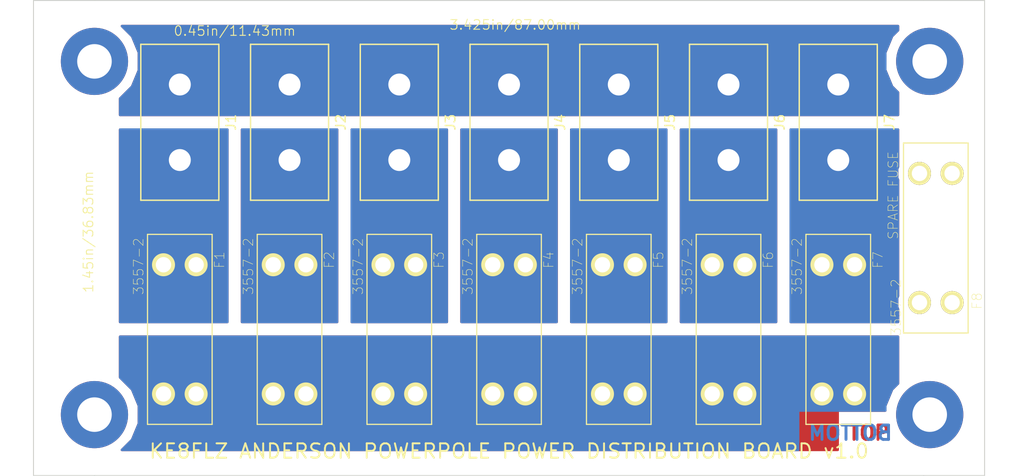
<source format=kicad_pcb>
(kicad_pcb (version 4) (host pcbnew 4.0.6)

  (general
    (links 33)
    (no_connects 0)
    (area 91.389999 77.419999 190.550001 127.050001)
    (thickness 1.6)
    (drawings 15)
    (tracks 80)
    (zones 0)
    (modules 19)
    (nets 10)
  )

  (page A4)
  (layers
    (0 F.Cu signal)
    (31 B.Cu signal)
    (32 B.Adhes user)
    (33 F.Adhes user)
    (34 B.Paste user)
    (35 F.Paste user)
    (36 B.SilkS user)
    (37 F.SilkS user)
    (38 B.Mask user)
    (39 F.Mask user)
    (40 Dwgs.User user)
    (41 Cmts.User user)
    (42 Eco1.User user)
    (43 Eco2.User user)
    (44 Edge.Cuts user)
    (45 Margin user)
    (46 B.CrtYd user)
    (47 F.CrtYd user)
    (48 B.Fab user)
    (49 F.Fab user)
  )

  (setup
    (last_trace_width 0.25)
    (trace_clearance 0.2)
    (zone_clearance 1)
    (zone_45_only no)
    (trace_min 0.2)
    (segment_width 0.2)
    (edge_width 0.1)
    (via_size 0.6)
    (via_drill 0.4)
    (via_min_size 0.4)
    (via_min_drill 0.3)
    (uvia_size 0.3)
    (uvia_drill 0.1)
    (uvias_allowed no)
    (uvia_min_size 0.2)
    (uvia_min_drill 0.1)
    (pcb_text_width 0.3)
    (pcb_text_size 1.5 1.5)
    (mod_edge_width 0.15)
    (mod_text_size 1 1)
    (mod_text_width 0.15)
    (pad_size 1.5 1.5)
    (pad_drill 0.6)
    (pad_to_mask_clearance 0)
    (aux_axis_origin 97.79 127)
    (grid_origin 91.44 77.47)
    (visible_elements 7FFFFFFF)
    (pcbplotparams
      (layerselection 0x01030_80000001)
      (usegerberextensions false)
      (excludeedgelayer false)
      (linewidth 0.100000)
      (plotframeref false)
      (viasonmask false)
      (mode 1)
      (useauxorigin false)
      (hpglpennumber 1)
      (hpglpenspeed 20)
      (hpglpendiameter 15)
      (hpglpenoverlay 2)
      (psnegative false)
      (psa4output false)
      (plotreference true)
      (plotvalue true)
      (plotinvisibletext false)
      (padsonsilk false)
      (subtractmaskfromsilk false)
      (outputformat 1)
      (mirror false)
      (drillshape 0)
      (scaleselection 1)
      (outputdirectory GerberFiles/))
  )

  (net 0 "")
  (net 1 "Net-(F1-Pad1)")
  (net 2 "Net-(F1-Pad3)")
  (net 3 "Net-(F2-Pad1)")
  (net 4 "Net-(F3-Pad1)")
  (net 5 "Net-(F4-Pad1)")
  (net 6 "Net-(F5-Pad1)")
  (net 7 "Net-(F6-Pad1)")
  (net 8 "Net-(F7-Pad1)")
  (net 9 "Net-(J1-Pad2)")

  (net_class Default "This is the default net class."
    (clearance 0.2)
    (trace_width 0.25)
    (via_dia 0.6)
    (via_drill 0.4)
    (uvia_dia 0.3)
    (uvia_drill 0.1)
    (add_net "Net-(F1-Pad1)")
    (add_net "Net-(F1-Pad3)")
    (add_net "Net-(F2-Pad1)")
    (add_net "Net-(F3-Pad1)")
    (add_net "Net-(F4-Pad1)")
    (add_net "Net-(F5-Pad1)")
    (add_net "Net-(F6-Pad1)")
    (add_net "Net-(F7-Pad1)")
    (add_net "Net-(J1-Pad2)")
  )

  (module Radio:MountingHole_3.5mm_Pad (layer F.Cu) (tedit 594A1E54) (tstamp 594A1DAD)
    (at 184.785 83.82)
    (descr "Mounting Hole 3.5mm")
    (tags "mounting hole 3.5mm")
    (fp_text reference REF** (at 0 -4.5) (layer F.SilkS) hide
      (effects (font (size 1 1) (thickness 0.15)))
    )
    (fp_text value MountingHole_3.6mm_Pad (at 0 4.5) (layer F.Fab)
      (effects (font (size 1 1) (thickness 0.15)))
    )
    (fp_circle (center 0 0) (end 3.5 0) (layer Cmts.User) (width 0.15))
    (fp_circle (center 0 0) (end 3.75 0) (layer F.CrtYd) (width 0.05))
    (pad 1 thru_hole circle (at 0 0) (size 7 7) (drill 3.6) (layers *.Cu *.Mask))
  )

  (module Radio:MountingHole_3.5mm_Pad (layer F.Cu) (tedit 594A1E78) (tstamp 594A1D9A)
    (at 97.79 83.82)
    (descr "Mounting Hole 3.5mm")
    (tags "mounting hole 3.5mm")
    (fp_text reference REF** (at 0 -4.5) (layer F.SilkS) hide
      (effects (font (size 1 1) (thickness 0.15)))
    )
    (fp_text value MountingHole_3.6mm_Pad (at 0 4.5) (layer F.Fab)
      (effects (font (size 1 1) (thickness 0.15)))
    )
    (fp_circle (center 0 0) (end 3.5 0) (layer Cmts.User) (width 0.15))
    (fp_circle (center 0 0) (end 3.75 0) (layer F.CrtYd) (width 0.05))
    (pad 1 thru_hole circle (at 0 0) (size 7 7) (drill 3.6) (layers *.Cu *.Mask))
  )

  (module Radio:MountingHole_3.5mm_Pad (layer F.Cu) (tedit 594A1E74) (tstamp 5949F71E)
    (at 97.79 120.65)
    (descr "Mounting Hole 3.5mm")
    (tags "mounting hole 3.5mm")
    (fp_text reference REF** (at 0 -4.5) (layer F.SilkS) hide
      (effects (font (size 1 1) (thickness 0.15)))
    )
    (fp_text value MountingHole_3.6mm_Pad (at 0 4.5) (layer F.Fab)
      (effects (font (size 1 1) (thickness 0.15)))
    )
    (fp_circle (center 0 0) (end 3.5 0) (layer Cmts.User) (width 0.15))
    (fp_circle (center 0 0) (end 3.75 0) (layer F.CrtYd) (width 0.05))
    (pad 1 thru_hole circle (at 0 0) (size 7 7) (drill 3.6) (layers *.Cu *.Mask))
  )

  (module 3557-2:FUSE_3557-2 (layer F.Cu) (tedit 0) (tstamp 59491ABB)
    (at 106.68 111.76 270)
    (path /5948BA88)
    (fp_text reference F1 (at -7.24 -4.135 270) (layer F.SilkS)
      (effects (font (size 1 1) (thickness 0.05)))
    )
    (fp_text value 3557-2 (at -6.565 4.295 270) (layer F.SilkS)
      (effects (font (size 1 1) (thickness 0.05)))
    )
    (fp_line (start -9.905 -3.365) (end -9.905 3.365) (layer F.SilkS) (width 0.127))
    (fp_line (start -9.905 3.365) (end 9.905 3.365) (layer F.SilkS) (width 0.127))
    (fp_line (start 9.905 3.365) (end 9.905 -3.365) (layer F.SilkS) (width 0.127))
    (fp_line (start 9.905 -3.365) (end -9.905 -3.365) (layer F.SilkS) (width 0.127))
    (fp_line (start -10.2 -3.6) (end 10.2 -3.6) (layer Dwgs.User) (width 0.127))
    (fp_line (start 10.2 -3.6) (end 10.2 3.6) (layer Dwgs.User) (width 0.127))
    (fp_line (start 10.2 3.6) (end -10.2 3.6) (layer Dwgs.User) (width 0.127))
    (fp_line (start -10.2 3.6) (end -10.2 -3.6) (layer Dwgs.User) (width 0.127))
    (pad 1 thru_hole circle (at -6.735 -1.7 270) (size 2.4 2.4) (drill 1.6) (layers *.Cu *.Mask F.SilkS)
      (net 1 "Net-(F1-Pad1)"))
    (pad 2 thru_hole circle (at -6.735 1.7 270) (size 2.4 2.4) (drill 1.6) (layers *.Cu *.Mask F.SilkS)
      (net 1 "Net-(F1-Pad1)"))
    (pad 3 thru_hole circle (at 6.735 -1.7 270) (size 2.4 2.4) (drill 1.6) (layers *.Cu *.Mask F.SilkS)
      (net 2 "Net-(F1-Pad3)"))
    (pad 4 thru_hole circle (at 6.735 1.7 270) (size 2.4 2.4) (drill 1.6) (layers *.Cu *.Mask F.SilkS)
      (net 2 "Net-(F1-Pad3)"))
  )

  (module 3557-2:FUSE_3557-2 (layer F.Cu) (tedit 0) (tstamp 59491ACB)
    (at 118.11 111.76 270)
    (path /5948B5D6)
    (fp_text reference F2 (at -7.24 -4.135 270) (layer F.SilkS)
      (effects (font (size 1 1) (thickness 0.05)))
    )
    (fp_text value 3557-2 (at -6.565 4.295 270) (layer F.SilkS)
      (effects (font (size 1 1) (thickness 0.05)))
    )
    (fp_line (start -9.905 -3.365) (end -9.905 3.365) (layer F.SilkS) (width 0.127))
    (fp_line (start -9.905 3.365) (end 9.905 3.365) (layer F.SilkS) (width 0.127))
    (fp_line (start 9.905 3.365) (end 9.905 -3.365) (layer F.SilkS) (width 0.127))
    (fp_line (start 9.905 -3.365) (end -9.905 -3.365) (layer F.SilkS) (width 0.127))
    (fp_line (start -10.2 -3.6) (end 10.2 -3.6) (layer Dwgs.User) (width 0.127))
    (fp_line (start 10.2 -3.6) (end 10.2 3.6) (layer Dwgs.User) (width 0.127))
    (fp_line (start 10.2 3.6) (end -10.2 3.6) (layer Dwgs.User) (width 0.127))
    (fp_line (start -10.2 3.6) (end -10.2 -3.6) (layer Dwgs.User) (width 0.127))
    (pad 1 thru_hole circle (at -6.735 -1.7 270) (size 2.4 2.4) (drill 1.6) (layers *.Cu *.Mask F.SilkS)
      (net 3 "Net-(F2-Pad1)"))
    (pad 2 thru_hole circle (at -6.735 1.7 270) (size 2.4 2.4) (drill 1.6) (layers *.Cu *.Mask F.SilkS)
      (net 3 "Net-(F2-Pad1)"))
    (pad 3 thru_hole circle (at 6.735 -1.7 270) (size 2.4 2.4) (drill 1.6) (layers *.Cu *.Mask F.SilkS)
      (net 2 "Net-(F1-Pad3)"))
    (pad 4 thru_hole circle (at 6.735 1.7 270) (size 2.4 2.4) (drill 1.6) (layers *.Cu *.Mask F.SilkS)
      (net 2 "Net-(F1-Pad3)"))
  )

  (module 3557-2:FUSE_3557-2 (layer F.Cu) (tedit 0) (tstamp 59491ADB)
    (at 129.54 111.76 270)
    (path /5948BAEF)
    (fp_text reference F3 (at -7.24 -4.135 270) (layer F.SilkS)
      (effects (font (size 1 1) (thickness 0.05)))
    )
    (fp_text value 3557-2 (at -6.565 4.295 270) (layer F.SilkS)
      (effects (font (size 1 1) (thickness 0.05)))
    )
    (fp_line (start -9.905 -3.365) (end -9.905 3.365) (layer F.SilkS) (width 0.127))
    (fp_line (start -9.905 3.365) (end 9.905 3.365) (layer F.SilkS) (width 0.127))
    (fp_line (start 9.905 3.365) (end 9.905 -3.365) (layer F.SilkS) (width 0.127))
    (fp_line (start 9.905 -3.365) (end -9.905 -3.365) (layer F.SilkS) (width 0.127))
    (fp_line (start -10.2 -3.6) (end 10.2 -3.6) (layer Dwgs.User) (width 0.127))
    (fp_line (start 10.2 -3.6) (end 10.2 3.6) (layer Dwgs.User) (width 0.127))
    (fp_line (start 10.2 3.6) (end -10.2 3.6) (layer Dwgs.User) (width 0.127))
    (fp_line (start -10.2 3.6) (end -10.2 -3.6) (layer Dwgs.User) (width 0.127))
    (pad 1 thru_hole circle (at -6.735 -1.7 270) (size 2.4 2.4) (drill 1.6) (layers *.Cu *.Mask F.SilkS)
      (net 4 "Net-(F3-Pad1)"))
    (pad 2 thru_hole circle (at -6.735 1.7 270) (size 2.4 2.4) (drill 1.6) (layers *.Cu *.Mask F.SilkS)
      (net 4 "Net-(F3-Pad1)"))
    (pad 3 thru_hole circle (at 6.735 -1.7 270) (size 2.4 2.4) (drill 1.6) (layers *.Cu *.Mask F.SilkS)
      (net 2 "Net-(F1-Pad3)"))
    (pad 4 thru_hole circle (at 6.735 1.7 270) (size 2.4 2.4) (drill 1.6) (layers *.Cu *.Mask F.SilkS)
      (net 2 "Net-(F1-Pad3)"))
  )

  (module 3557-2:FUSE_3557-2 (layer F.Cu) (tedit 0) (tstamp 59491AEB)
    (at 140.97 111.76 270)
    (path /5948BAE4)
    (fp_text reference F4 (at -7.24 -4.135 270) (layer F.SilkS)
      (effects (font (size 1 1) (thickness 0.05)))
    )
    (fp_text value 3557-2 (at -6.565 4.295 270) (layer F.SilkS)
      (effects (font (size 1 1) (thickness 0.05)))
    )
    (fp_line (start -9.905 -3.365) (end -9.905 3.365) (layer F.SilkS) (width 0.127))
    (fp_line (start -9.905 3.365) (end 9.905 3.365) (layer F.SilkS) (width 0.127))
    (fp_line (start 9.905 3.365) (end 9.905 -3.365) (layer F.SilkS) (width 0.127))
    (fp_line (start 9.905 -3.365) (end -9.905 -3.365) (layer F.SilkS) (width 0.127))
    (fp_line (start -10.2 -3.6) (end 10.2 -3.6) (layer Dwgs.User) (width 0.127))
    (fp_line (start 10.2 -3.6) (end 10.2 3.6) (layer Dwgs.User) (width 0.127))
    (fp_line (start 10.2 3.6) (end -10.2 3.6) (layer Dwgs.User) (width 0.127))
    (fp_line (start -10.2 3.6) (end -10.2 -3.6) (layer Dwgs.User) (width 0.127))
    (pad 1 thru_hole circle (at -6.735 -1.7 270) (size 2.4 2.4) (drill 1.6) (layers *.Cu *.Mask F.SilkS)
      (net 5 "Net-(F4-Pad1)"))
    (pad 2 thru_hole circle (at -6.735 1.7 270) (size 2.4 2.4) (drill 1.6) (layers *.Cu *.Mask F.SilkS)
      (net 5 "Net-(F4-Pad1)"))
    (pad 3 thru_hole circle (at 6.735 -1.7 270) (size 2.4 2.4) (drill 1.6) (layers *.Cu *.Mask F.SilkS)
      (net 2 "Net-(F1-Pad3)"))
    (pad 4 thru_hole circle (at 6.735 1.7 270) (size 2.4 2.4) (drill 1.6) (layers *.Cu *.Mask F.SilkS)
      (net 2 "Net-(F1-Pad3)"))
  )

  (module 3557-2:FUSE_3557-2 (layer F.Cu) (tedit 0) (tstamp 59491AFB)
    (at 152.4 111.76 270)
    (path /5948BB65)
    (fp_text reference F5 (at -7.24 -4.135 270) (layer F.SilkS)
      (effects (font (size 1 1) (thickness 0.05)))
    )
    (fp_text value 3557-2 (at -6.565 4.295 270) (layer F.SilkS)
      (effects (font (size 1 1) (thickness 0.05)))
    )
    (fp_line (start -9.905 -3.365) (end -9.905 3.365) (layer F.SilkS) (width 0.127))
    (fp_line (start -9.905 3.365) (end 9.905 3.365) (layer F.SilkS) (width 0.127))
    (fp_line (start 9.905 3.365) (end 9.905 -3.365) (layer F.SilkS) (width 0.127))
    (fp_line (start 9.905 -3.365) (end -9.905 -3.365) (layer F.SilkS) (width 0.127))
    (fp_line (start -10.2 -3.6) (end 10.2 -3.6) (layer Dwgs.User) (width 0.127))
    (fp_line (start 10.2 -3.6) (end 10.2 3.6) (layer Dwgs.User) (width 0.127))
    (fp_line (start 10.2 3.6) (end -10.2 3.6) (layer Dwgs.User) (width 0.127))
    (fp_line (start -10.2 3.6) (end -10.2 -3.6) (layer Dwgs.User) (width 0.127))
    (pad 1 thru_hole circle (at -6.735 -1.7 270) (size 2.4 2.4) (drill 1.6) (layers *.Cu *.Mask F.SilkS)
      (net 6 "Net-(F5-Pad1)"))
    (pad 2 thru_hole circle (at -6.735 1.7 270) (size 2.4 2.4) (drill 1.6) (layers *.Cu *.Mask F.SilkS)
      (net 6 "Net-(F5-Pad1)"))
    (pad 3 thru_hole circle (at 6.735 -1.7 270) (size 2.4 2.4) (drill 1.6) (layers *.Cu *.Mask F.SilkS)
      (net 2 "Net-(F1-Pad3)"))
    (pad 4 thru_hole circle (at 6.735 1.7 270) (size 2.4 2.4) (drill 1.6) (layers *.Cu *.Mask F.SilkS)
      (net 2 "Net-(F1-Pad3)"))
  )

  (module 3557-2:FUSE_3557-2 (layer F.Cu) (tedit 0) (tstamp 59491B0B)
    (at 163.83 111.76 270)
    (path /5948BB7B)
    (fp_text reference F6 (at -7.24 -4.135 270) (layer F.SilkS)
      (effects (font (size 1 1) (thickness 0.05)))
    )
    (fp_text value 3557-2 (at -6.565 4.295 270) (layer F.SilkS)
      (effects (font (size 1 1) (thickness 0.05)))
    )
    (fp_line (start -9.905 -3.365) (end -9.905 3.365) (layer F.SilkS) (width 0.127))
    (fp_line (start -9.905 3.365) (end 9.905 3.365) (layer F.SilkS) (width 0.127))
    (fp_line (start 9.905 3.365) (end 9.905 -3.365) (layer F.SilkS) (width 0.127))
    (fp_line (start 9.905 -3.365) (end -9.905 -3.365) (layer F.SilkS) (width 0.127))
    (fp_line (start -10.2 -3.6) (end 10.2 -3.6) (layer Dwgs.User) (width 0.127))
    (fp_line (start 10.2 -3.6) (end 10.2 3.6) (layer Dwgs.User) (width 0.127))
    (fp_line (start 10.2 3.6) (end -10.2 3.6) (layer Dwgs.User) (width 0.127))
    (fp_line (start -10.2 3.6) (end -10.2 -3.6) (layer Dwgs.User) (width 0.127))
    (pad 1 thru_hole circle (at -6.735 -1.7 270) (size 2.4 2.4) (drill 1.6) (layers *.Cu *.Mask F.SilkS)
      (net 7 "Net-(F6-Pad1)"))
    (pad 2 thru_hole circle (at -6.735 1.7 270) (size 2.4 2.4) (drill 1.6) (layers *.Cu *.Mask F.SilkS)
      (net 7 "Net-(F6-Pad1)"))
    (pad 3 thru_hole circle (at 6.735 -1.7 270) (size 2.4 2.4) (drill 1.6) (layers *.Cu *.Mask F.SilkS)
      (net 2 "Net-(F1-Pad3)"))
    (pad 4 thru_hole circle (at 6.735 1.7 270) (size 2.4 2.4) (drill 1.6) (layers *.Cu *.Mask F.SilkS)
      (net 2 "Net-(F1-Pad3)"))
  )

  (module 3557-2:FUSE_3557-2 (layer F.Cu) (tedit 0) (tstamp 59491B1B)
    (at 175.26 111.76 270)
    (path /5948BB70)
    (fp_text reference F7 (at -7.24 -4.135 270) (layer F.SilkS)
      (effects (font (size 1 1) (thickness 0.05)))
    )
    (fp_text value 3557-2 (at -6.565 4.295 270) (layer F.SilkS)
      (effects (font (size 1 1) (thickness 0.05)))
    )
    (fp_line (start -9.905 -3.365) (end -9.905 3.365) (layer F.SilkS) (width 0.127))
    (fp_line (start -9.905 3.365) (end 9.905 3.365) (layer F.SilkS) (width 0.127))
    (fp_line (start 9.905 3.365) (end 9.905 -3.365) (layer F.SilkS) (width 0.127))
    (fp_line (start 9.905 -3.365) (end -9.905 -3.365) (layer F.SilkS) (width 0.127))
    (fp_line (start -10.2 -3.6) (end 10.2 -3.6) (layer Dwgs.User) (width 0.127))
    (fp_line (start 10.2 -3.6) (end 10.2 3.6) (layer Dwgs.User) (width 0.127))
    (fp_line (start 10.2 3.6) (end -10.2 3.6) (layer Dwgs.User) (width 0.127))
    (fp_line (start -10.2 3.6) (end -10.2 -3.6) (layer Dwgs.User) (width 0.127))
    (pad 1 thru_hole circle (at -6.735 -1.7 270) (size 2.4 2.4) (drill 1.6) (layers *.Cu *.Mask F.SilkS)
      (net 8 "Net-(F7-Pad1)"))
    (pad 2 thru_hole circle (at -6.735 1.7 270) (size 2.4 2.4) (drill 1.6) (layers *.Cu *.Mask F.SilkS)
      (net 8 "Net-(F7-Pad1)"))
    (pad 3 thru_hole circle (at 6.735 -1.7 270) (size 2.4 2.4) (drill 1.6) (layers *.Cu *.Mask F.SilkS)
      (net 2 "Net-(F1-Pad3)"))
    (pad 4 thru_hole circle (at 6.735 1.7 270) (size 2.4 2.4) (drill 1.6) (layers *.Cu *.Mask F.SilkS)
      (net 2 "Net-(F1-Pad3)"))
  )

  (module Radio:Powerpole_PP15-45_12ga_Wire (layer F.Cu) (tedit 59478760) (tstamp 59491B25)
    (at 106.68 90.17 90)
    (path /5947A56A)
    (fp_text reference J1 (at 0 5.334 90) (layer F.SilkS)
      (effects (font (size 1 1) (thickness 0.15)))
    )
    (fp_text value AndersonPowerpole (at 0 -5.588 90) (layer F.Fab) hide
      (effects (font (size 1 1) (thickness 0.15)))
    )
    (fp_line (start -8.128 -4.064) (end -8.128 4.064) (layer F.SilkS) (width 0.15))
    (fp_line (start -8.128 4.064) (end 8.128 4.064) (layer F.SilkS) (width 0.15))
    (fp_line (start 8.128 4.064) (end 8.128 -4.064) (layer F.SilkS) (width 0.15))
    (fp_line (start 8.128 -4.064) (end -8.128 -4.064) (layer F.SilkS) (width 0.15))
    (pad 1 thru_hole circle (at -3.937 0 90) (size 4.572 4.572) (drill 2.286) (layers *.Cu *.Mask)
      (net 1 "Net-(F1-Pad1)"))
    (pad 2 thru_hole circle (at 3.937 0 90) (size 4.572 4.572) (drill 2.286) (layers *.Cu *.Mask)
      (net 9 "Net-(J1-Pad2)"))
  )

  (module Radio:Powerpole_PP15-45_12ga_Wire (layer F.Cu) (tedit 59478760) (tstamp 59491B2F)
    (at 118.11 90.17 90)
    (path /5947A570)
    (fp_text reference J2 (at 0 5.334 90) (layer F.SilkS)
      (effects (font (size 1 1) (thickness 0.15)))
    )
    (fp_text value AndersonPowerpole (at 0 -5.588 90) (layer F.Fab) hide
      (effects (font (size 1 1) (thickness 0.15)))
    )
    (fp_line (start -8.128 -4.064) (end -8.128 4.064) (layer F.SilkS) (width 0.15))
    (fp_line (start -8.128 4.064) (end 8.128 4.064) (layer F.SilkS) (width 0.15))
    (fp_line (start 8.128 4.064) (end 8.128 -4.064) (layer F.SilkS) (width 0.15))
    (fp_line (start 8.128 -4.064) (end -8.128 -4.064) (layer F.SilkS) (width 0.15))
    (pad 1 thru_hole circle (at -3.937 0 90) (size 4.572 4.572) (drill 2.286) (layers *.Cu *.Mask)
      (net 3 "Net-(F2-Pad1)"))
    (pad 2 thru_hole circle (at 3.937 0 90) (size 4.572 4.572) (drill 2.286) (layers *.Cu *.Mask)
      (net 9 "Net-(J1-Pad2)"))
  )

  (module Radio:Powerpole_PP15-45_12ga_Wire (layer F.Cu) (tedit 59478760) (tstamp 59491B39)
    (at 129.54 90.17 90)
    (path /5947A482)
    (fp_text reference J3 (at 0 5.334 90) (layer F.SilkS)
      (effects (font (size 1 1) (thickness 0.15)))
    )
    (fp_text value AndersonPowerpole (at 0 -5.588 90) (layer F.Fab) hide
      (effects (font (size 1 1) (thickness 0.15)))
    )
    (fp_line (start -8.128 -4.064) (end -8.128 4.064) (layer F.SilkS) (width 0.15))
    (fp_line (start -8.128 4.064) (end 8.128 4.064) (layer F.SilkS) (width 0.15))
    (fp_line (start 8.128 4.064) (end 8.128 -4.064) (layer F.SilkS) (width 0.15))
    (fp_line (start 8.128 -4.064) (end -8.128 -4.064) (layer F.SilkS) (width 0.15))
    (pad 1 thru_hole circle (at -3.937 0 90) (size 4.572 4.572) (drill 2.286) (layers *.Cu *.Mask)
      (net 4 "Net-(F3-Pad1)"))
    (pad 2 thru_hole circle (at 3.937 0 90) (size 4.572 4.572) (drill 2.286) (layers *.Cu *.Mask)
      (net 9 "Net-(J1-Pad2)"))
  )

  (module Radio:Powerpole_PP15-45_12ga_Wire (layer F.Cu) (tedit 59478760) (tstamp 59491B43)
    (at 140.97 90.17 90)
    (path /5947A4FE)
    (fp_text reference J4 (at 0 5.334 90) (layer F.SilkS)
      (effects (font (size 1 1) (thickness 0.15)))
    )
    (fp_text value AndersonPowerpole (at 0 -5.588 90) (layer F.Fab) hide
      (effects (font (size 1 1) (thickness 0.15)))
    )
    (fp_line (start -8.128 -4.064) (end -8.128 4.064) (layer F.SilkS) (width 0.15))
    (fp_line (start -8.128 4.064) (end 8.128 4.064) (layer F.SilkS) (width 0.15))
    (fp_line (start 8.128 4.064) (end 8.128 -4.064) (layer F.SilkS) (width 0.15))
    (fp_line (start 8.128 -4.064) (end -8.128 -4.064) (layer F.SilkS) (width 0.15))
    (pad 1 thru_hole circle (at -3.937 0 90) (size 4.572 4.572) (drill 2.286) (layers *.Cu *.Mask)
      (net 5 "Net-(F4-Pad1)"))
    (pad 2 thru_hole circle (at 3.937 0 90) (size 4.572 4.572) (drill 2.286) (layers *.Cu *.Mask)
      (net 9 "Net-(J1-Pad2)"))
  )

  (module Radio:Powerpole_PP15-45_12ga_Wire (layer F.Cu) (tedit 59478760) (tstamp 59491B4D)
    (at 152.4 90.17 90)
    (path /5947A52A)
    (fp_text reference J5 (at 0 5.334 90) (layer F.SilkS)
      (effects (font (size 1 1) (thickness 0.15)))
    )
    (fp_text value AndersonPowerpole (at 0 -5.588 90) (layer F.Fab) hide
      (effects (font (size 1 1) (thickness 0.15)))
    )
    (fp_line (start -8.128 -4.064) (end -8.128 4.064) (layer F.SilkS) (width 0.15))
    (fp_line (start -8.128 4.064) (end 8.128 4.064) (layer F.SilkS) (width 0.15))
    (fp_line (start 8.128 4.064) (end 8.128 -4.064) (layer F.SilkS) (width 0.15))
    (fp_line (start 8.128 -4.064) (end -8.128 -4.064) (layer F.SilkS) (width 0.15))
    (pad 1 thru_hole circle (at -3.937 0 90) (size 4.572 4.572) (drill 2.286) (layers *.Cu *.Mask)
      (net 6 "Net-(F5-Pad1)"))
    (pad 2 thru_hole circle (at 3.937 0 90) (size 4.572 4.572) (drill 2.286) (layers *.Cu *.Mask)
      (net 9 "Net-(J1-Pad2)"))
  )

  (module Radio:Powerpole_PP15-45_12ga_Wire (layer F.Cu) (tedit 59478760) (tstamp 59491B57)
    (at 163.83 90.17 90)
    (path /5947A530)
    (fp_text reference J6 (at 0 5.334 90) (layer F.SilkS)
      (effects (font (size 1 1) (thickness 0.15)))
    )
    (fp_text value AndersonPowerpole (at 0 -5.588 90) (layer F.Fab) hide
      (effects (font (size 1 1) (thickness 0.15)))
    )
    (fp_line (start -8.128 -4.064) (end -8.128 4.064) (layer F.SilkS) (width 0.15))
    (fp_line (start -8.128 4.064) (end 8.128 4.064) (layer F.SilkS) (width 0.15))
    (fp_line (start 8.128 4.064) (end 8.128 -4.064) (layer F.SilkS) (width 0.15))
    (fp_line (start 8.128 -4.064) (end -8.128 -4.064) (layer F.SilkS) (width 0.15))
    (pad 1 thru_hole circle (at -3.937 0 90) (size 4.572 4.572) (drill 2.286) (layers *.Cu *.Mask)
      (net 7 "Net-(F6-Pad1)"))
    (pad 2 thru_hole circle (at 3.937 0 90) (size 4.572 4.572) (drill 2.286) (layers *.Cu *.Mask)
      (net 9 "Net-(J1-Pad2)"))
  )

  (module Radio:Powerpole_PP15-45_12ga_Wire (layer F.Cu) (tedit 59478760) (tstamp 59491B61)
    (at 175.26 90.17 90)
    (path /5947A594)
    (fp_text reference J7 (at 0 5.334 90) (layer F.SilkS)
      (effects (font (size 1 1) (thickness 0.15)))
    )
    (fp_text value AndersonPowerpole (at 0 -5.588 90) (layer F.Fab) hide
      (effects (font (size 1 1) (thickness 0.15)))
    )
    (fp_line (start -8.128 -4.064) (end -8.128 4.064) (layer F.SilkS) (width 0.15))
    (fp_line (start -8.128 4.064) (end 8.128 4.064) (layer F.SilkS) (width 0.15))
    (fp_line (start 8.128 4.064) (end 8.128 -4.064) (layer F.SilkS) (width 0.15))
    (fp_line (start 8.128 -4.064) (end -8.128 -4.064) (layer F.SilkS) (width 0.15))
    (pad 1 thru_hole circle (at -3.937 0 90) (size 4.572 4.572) (drill 2.286) (layers *.Cu *.Mask)
      (net 8 "Net-(F7-Pad1)"))
    (pad 2 thru_hole circle (at 3.937 0 90) (size 4.572 4.572) (drill 2.286) (layers *.Cu *.Mask)
      (net 9 "Net-(J1-Pad2)"))
  )

  (module Radio:MountingHole_3.5mm_Pad (layer F.Cu) (tedit 594A1E64) (tstamp 5949F707)
    (at 184.785 120.65)
    (descr "Mounting Hole 3.5mm")
    (tags "mounting hole 3.5mm")
    (fp_text reference REF** (at 0 -4.5) (layer F.SilkS) hide
      (effects (font (size 1 1) (thickness 0.15)))
    )
    (fp_text value MountingHole_3.6mm_Pad (at 0 4.5) (layer F.Fab)
      (effects (font (size 1 1) (thickness 0.15)))
    )
    (fp_circle (center 0 0) (end 3.5 0) (layer Cmts.User) (width 0.15))
    (fp_circle (center 0 0) (end 3.75 0) (layer F.CrtYd) (width 0.05))
    (pad 1 thru_hole circle (at 0 0) (size 7 7) (drill 3.6) (layers *.Cu *.Mask))
  )

  (module 3557-2:FUSE_3557-2 (layer F.Cu) (tedit 594A34F1) (tstamp 594A1EE0)
    (at 185.42 102.235 90)
    (fp_text reference 3557-2 (at -7.24 -4.135 90) (layer F.SilkS)
      (effects (font (size 1 1) (thickness 0.05)))
    )
    (fp_text value F8 (at -6.565 4.295 90) (layer F.SilkS)
      (effects (font (size 1 1) (thickness 0.05)))
    )
    (fp_line (start -9.905 -3.365) (end -9.905 3.365) (layer F.SilkS) (width 0.127))
    (fp_line (start -9.905 3.365) (end 9.905 3.365) (layer F.SilkS) (width 0.127))
    (fp_line (start 9.905 3.365) (end 9.905 -3.365) (layer F.SilkS) (width 0.127))
    (fp_line (start 9.905 -3.365) (end -9.905 -3.365) (layer F.SilkS) (width 0.127))
    (fp_line (start -10.2 -3.6) (end 10.2 -3.6) (layer Dwgs.User) (width 0.127))
    (fp_line (start 10.2 -3.6) (end 10.2 3.6) (layer Dwgs.User) (width 0.127))
    (fp_line (start 10.2 3.6) (end -10.2 3.6) (layer Dwgs.User) (width 0.127))
    (fp_line (start -10.2 3.6) (end -10.2 -3.6) (layer Dwgs.User) (width 0.127))
    (pad 1 thru_hole circle (at -6.735 -1.7 90) (size 2.4 2.4) (drill 1.6) (layers *.Cu *.Mask F.SilkS))
    (pad 2 thru_hole circle (at -6.735 1.7 90) (size 2.4 2.4) (drill 1.6) (layers *.Cu *.Mask F.SilkS))
    (pad 3 thru_hole circle (at 6.735 -1.7 90) (size 2.4 2.4) (drill 1.6) (layers *.Cu *.Mask F.SilkS))
    (pad 4 thru_hole circle (at 6.735 1.7 90) (size 2.4 2.4) (drill 1.6) (layers *.Cu *.Mask F.SilkS))
  )

  (gr_text 0.45in/11.43mm (at 112.395 80.645) (layer F.SilkS)
    (effects (font (size 1 1) (thickness 0.1)))
  )
  (gr_text 3.425in/87.00mm (at 141.605 80.01) (layer F.SilkS)
    (effects (font (size 1 1) (thickness 0.1)))
  )
  (gr_text 1.45in/36.83mm (at 97.155 101.6 90) (layer F.SilkS)
    (effects (font (size 1 1) (thickness 0.1)))
  )
  (gr_text BOTTOM (at 176.53 122.555) (layer B.Cu)
    (effects (font (size 1.5 1.5) (thickness 0.3)) (justify mirror))
  )
  (gr_text TOP (at 178.435 122.555) (layer F.Cu)
    (effects (font (size 1.5 1.5) (thickness 0.3)))
  )
  (gr_text "KE8FLZ ANDERSON POWERPOLE POWER DISTRIBUTION BOARD v1.0" (at 140.97 124.46) (layer F.SilkS)
    (effects (font (size 1.5 1.5) (thickness 0.2)))
  )
  (gr_text "SPARE FUSE" (at 180.975 97.79 90) (layer F.SilkS)
    (effects (font (size 1 1) (thickness 0.05)))
  )
  (gr_line (start 91.44 77.47) (end 97.79 77.47) (angle 90) (layer Edge.Cuts) (width 0.1))
  (gr_line (start 97.79 127) (end 91.44 127) (angle 90) (layer Edge.Cuts) (width 0.1))
  (gr_line (start 184.15 127) (end 190.5 127) (angle 90) (layer Edge.Cuts) (width 0.1))
  (gr_line (start 184.15 77.47) (end 190.5 77.47) (angle 90) (layer Edge.Cuts) (width 0.1))
  (gr_line (start 91.44 127) (end 91.44 77.47) (angle 90) (layer Edge.Cuts) (width 0.1))
  (gr_line (start 184.15 127) (end 97.79 127) (angle 90) (layer Edge.Cuts) (width 0.1))
  (gr_line (start 190.5 77.47) (end 190.5 127) (angle 90) (layer Edge.Cuts) (width 0.1))
  (gr_line (start 97.79 77.47) (end 184.15 77.47) (angle 90) (layer Edge.Cuts) (width 0.1))

  (segment (start 108.38 105.025) (end 104.98 105.025) (width 0.25) (layer B.Cu) (net 1))
  (segment (start 106.68 94.107) (end 106.68 103.325) (width 0.25) (layer B.Cu) (net 1))
  (segment (start 106.68 103.325) (end 108.38 105.025) (width 0.25) (layer B.Cu) (net 1) (tstamp 59491DF2))
  (segment (start 108.38 105.025) (end 104.98 105.025) (width 0.25) (layer F.Cu) (net 1))
  (segment (start 106.68 94.107) (end 106.68 103.325) (width 0.25) (layer F.Cu) (net 1))
  (segment (start 106.68 103.325) (end 108.38 105.025) (width 0.25) (layer F.Cu) (net 1) (tstamp 59491DAF))
  (segment (start 108.38 118.495) (end 116.41 118.495) (width 0.25) (layer B.Cu) (net 2))
  (segment (start 116.41 118.495) (end 119.81 118.495) (width 0.25) (layer B.Cu) (net 2) (tstamp 59491E14))
  (segment (start 119.81 118.495) (end 127.84 118.495) (width 0.25) (layer B.Cu) (net 2) (tstamp 59491E15))
  (segment (start 127.84 118.495) (end 131.24 118.495) (width 0.25) (layer B.Cu) (net 2) (tstamp 59491E16))
  (segment (start 131.24 118.495) (end 139.27 118.495) (width 0.25) (layer B.Cu) (net 2) (tstamp 59491E17))
  (segment (start 139.27 118.495) (end 142.67 118.495) (width 0.25) (layer B.Cu) (net 2) (tstamp 59491E18))
  (segment (start 142.67 118.495) (end 150.7 118.495) (width 0.25) (layer B.Cu) (net 2) (tstamp 59491E19))
  (segment (start 150.7 118.495) (end 154.1 118.495) (width 0.25) (layer B.Cu) (net 2) (tstamp 59491E1A))
  (segment (start 154.1 118.495) (end 162.13 118.495) (width 0.25) (layer B.Cu) (net 2) (tstamp 59491E1B))
  (segment (start 162.13 118.495) (end 165.53 118.495) (width 0.25) (layer B.Cu) (net 2) (tstamp 59491E1C))
  (segment (start 165.53 118.495) (end 173.56 118.495) (width 0.25) (layer B.Cu) (net 2) (tstamp 59491E1D))
  (segment (start 173.56 118.495) (end 176.96 118.495) (width 0.25) (layer B.Cu) (net 2) (tstamp 59491E1E))
  (segment (start 104.98 118.495) (end 108.38 118.495) (width 0.25) (layer B.Cu) (net 2))
  (segment (start 104.98 118.495) (end 108.38 118.495) (width 0.25) (layer F.Cu) (net 2))
  (segment (start 108.38 118.495) (end 116.41 118.495) (width 0.25) (layer F.Cu) (net 2) (tstamp 59491DB5))
  (segment (start 116.41 118.495) (end 119.81 118.495) (width 0.25) (layer F.Cu) (net 2) (tstamp 59491DB6))
  (segment (start 119.81 118.495) (end 127.84 118.495) (width 0.25) (layer F.Cu) (net 2) (tstamp 59491DB7))
  (segment (start 127.84 118.495) (end 131.24 118.495) (width 0.25) (layer F.Cu) (net 2) (tstamp 59491DB8))
  (segment (start 131.24 118.495) (end 139.27 118.495) (width 0.25) (layer F.Cu) (net 2) (tstamp 59491DB9))
  (segment (start 139.27 118.495) (end 142.67 118.495) (width 0.25) (layer F.Cu) (net 2) (tstamp 59491DBA))
  (segment (start 142.67 118.495) (end 150.7 118.495) (width 0.25) (layer F.Cu) (net 2) (tstamp 59491DBB))
  (segment (start 150.7 118.495) (end 154.1 118.495) (width 0.25) (layer F.Cu) (net 2) (tstamp 59491DBC))
  (segment (start 154.1 118.495) (end 162.13 118.495) (width 0.25) (layer F.Cu) (net 2) (tstamp 59491DBD))
  (segment (start 162.13 118.495) (end 165.53 118.495) (width 0.25) (layer F.Cu) (net 2) (tstamp 59491DBE))
  (segment (start 165.53 118.495) (end 173.56 118.495) (width 0.25) (layer F.Cu) (net 2) (tstamp 59491DBF))
  (segment (start 173.56 118.495) (end 176.96 118.495) (width 0.25) (layer F.Cu) (net 2) (tstamp 59491DC0))
  (segment (start 119.81 105.025) (end 116.41 105.025) (width 0.25) (layer B.Cu) (net 3))
  (segment (start 118.11 94.107) (end 118.11 103.325) (width 0.25) (layer B.Cu) (net 3))
  (segment (start 118.11 103.325) (end 119.81 105.025) (width 0.25) (layer B.Cu) (net 3) (tstamp 59491DEC))
  (segment (start 119.81 105.025) (end 116.41 105.025) (width 0.25) (layer F.Cu) (net 3))
  (segment (start 118.11 94.107) (end 118.11 103.325) (width 0.25) (layer F.Cu) (net 3))
  (segment (start 118.11 103.325) (end 119.81 105.025) (width 0.25) (layer F.Cu) (net 3) (tstamp 59491DA9))
  (segment (start 131.24 105.025) (end 127.84 105.025) (width 0.25) (layer B.Cu) (net 4))
  (segment (start 129.54 94.107) (end 129.54 103.325) (width 0.25) (layer B.Cu) (net 4))
  (segment (start 129.54 103.325) (end 131.24 105.025) (width 0.25) (layer B.Cu) (net 4) (tstamp 59491DE6))
  (segment (start 127.84 105.025) (end 131.24 105.025) (width 0.25) (layer F.Cu) (net 4))
  (segment (start 129.54 94.107) (end 129.54 103.325) (width 0.25) (layer F.Cu) (net 4))
  (segment (start 129.54 103.325) (end 131.24 105.025) (width 0.25) (layer F.Cu) (net 4) (tstamp 59491DA2))
  (segment (start 142.67 105.025) (end 139.27 105.025) (width 0.25) (layer B.Cu) (net 5))
  (segment (start 140.97 94.107) (end 140.97 103.325) (width 0.25) (layer B.Cu) (net 5))
  (segment (start 140.97 103.325) (end 142.67 105.025) (width 0.25) (layer B.Cu) (net 5) (tstamp 59491DE0))
  (segment (start 142.67 105.025) (end 139.27 105.025) (width 0.25) (layer F.Cu) (net 5))
  (segment (start 140.97 94.107) (end 140.97 103.325) (width 0.25) (layer F.Cu) (net 5))
  (segment (start 140.97 103.325) (end 142.67 105.025) (width 0.25) (layer F.Cu) (net 5) (tstamp 59491D9C))
  (segment (start 154.1 105.025) (end 150.7 105.025) (width 0.25) (layer B.Cu) (net 6))
  (segment (start 152.4 94.107) (end 152.4 103.325) (width 0.25) (layer B.Cu) (net 6))
  (segment (start 152.4 103.325) (end 154.1 105.025) (width 0.25) (layer B.Cu) (net 6) (tstamp 59491DD6))
  (segment (start 154.1 105.025) (end 150.7 105.025) (width 0.25) (layer F.Cu) (net 6))
  (segment (start 152.4 94.107) (end 152.4 103.325) (width 0.25) (layer F.Cu) (net 6))
  (segment (start 152.4 103.325) (end 154.1 105.025) (width 0.25) (layer F.Cu) (net 6) (tstamp 59491D96))
  (segment (start 165.53 105.025) (end 162.13 105.025) (width 0.25) (layer B.Cu) (net 7))
  (segment (start 163.83 94.107) (end 163.83 103.325) (width 0.25) (layer B.Cu) (net 7))
  (segment (start 163.83 103.325) (end 165.53 105.025) (width 0.25) (layer B.Cu) (net 7) (tstamp 59491DD0))
  (segment (start 165.53 105.025) (end 162.13 105.025) (width 0.25) (layer F.Cu) (net 7))
  (segment (start 163.83 94.107) (end 163.83 103.325) (width 0.25) (layer F.Cu) (net 7))
  (segment (start 163.83 103.325) (end 165.53 105.025) (width 0.25) (layer F.Cu) (net 7) (tstamp 59491D90))
  (segment (start 176.96 105.025) (end 173.56 105.025) (width 0.25) (layer B.Cu) (net 8))
  (segment (start 175.26 94.107) (end 175.26 103.325) (width 0.25) (layer B.Cu) (net 8))
  (segment (start 175.26 103.325) (end 176.96 105.025) (width 0.25) (layer B.Cu) (net 8) (tstamp 59491DCA))
  (segment (start 176.96 105.025) (end 173.56 105.025) (width 0.25) (layer F.Cu) (net 8))
  (segment (start 175.26 94.107) (end 175.26 103.325) (width 0.25) (layer F.Cu) (net 8))
  (segment (start 175.26 103.325) (end 176.96 105.025) (width 0.25) (layer F.Cu) (net 8) (tstamp 59491D8A))
  (segment (start 106.68 86.233) (end 118.11 86.233) (width 0.25) (layer B.Cu) (net 9))
  (segment (start 118.11 86.233) (end 129.54 86.233) (width 0.25) (layer B.Cu) (net 9) (tstamp 59491DC3))
  (segment (start 129.54 86.233) (end 140.97 86.233) (width 0.25) (layer B.Cu) (net 9) (tstamp 59491DC4))
  (segment (start 140.97 86.233) (end 152.4 86.233) (width 0.25) (layer B.Cu) (net 9) (tstamp 59491DC5))
  (segment (start 152.4 86.233) (end 163.83 86.233) (width 0.25) (layer B.Cu) (net 9) (tstamp 59491DC6))
  (segment (start 163.83 86.233) (end 175.26 86.233) (width 0.25) (layer B.Cu) (net 9) (tstamp 59491DC7))
  (segment (start 106.68 86.233) (end 118.11 86.233) (width 0.25) (layer F.Cu) (net 9))
  (segment (start 118.11 86.233) (end 129.54 86.233) (width 0.25) (layer F.Cu) (net 9) (tstamp 59491D83))
  (segment (start 129.54 86.233) (end 140.97 86.233) (width 0.25) (layer F.Cu) (net 9) (tstamp 59491D84))
  (segment (start 140.97 86.233) (end 152.4 86.233) (width 0.25) (layer F.Cu) (net 9) (tstamp 59491D85))
  (segment (start 152.4 86.233) (end 163.83 86.233) (width 0.25) (layer F.Cu) (net 9) (tstamp 59491D86))
  (segment (start 163.83 86.233) (end 175.26 86.233) (width 0.25) (layer F.Cu) (net 9) (tstamp 59491D87))

  (zone (net 9) (net_name "Net-(J1-Pad2)") (layer F.Cu) (tstamp 5949EB8D) (hatch edge 0.508)
    (connect_pads yes (clearance 1))
    (min_thickness 0.254)
    (fill yes (arc_segments 16) (thermal_gap 0.508) (thermal_bridge_width 0.508))
    (polygon
      (pts
        (xy 181.61 89.535) (xy 181.61 80.01) (xy 100.33 80.01) (xy 100.33 89.535)
      )
    )
    (filled_polygon
      (pts
        (xy 181.483 80.578379) (xy 180.864708 81.195593) (xy 180.158805 82.895595) (xy 180.157199 84.736329) (xy 180.860133 86.437561)
        (xy 181.483 87.061516) (xy 181.483 89.408) (xy 100.457 89.408) (xy 100.457 87.695514) (xy 101.710292 86.444407)
        (xy 102.416195 84.744405) (xy 102.417801 82.903671) (xy 101.714867 81.202439) (xy 100.651285 80.137) (xy 181.483 80.137)
      )
    )
  )
  (zone (net 1) (net_name "Net-(F1-Pad1)") (layer F.Cu) (tstamp 5949EC9A) (hatch edge 0.508)
    (connect_pads yes (clearance 1))
    (min_thickness 0.254)
    (fill yes (arc_segments 16) (thermal_gap 0.508) (thermal_bridge_width 0.508))
    (polygon
      (pts
        (xy 100.33 90.805) (xy 100.33 111.125) (xy 111.76 111.125) (xy 111.76 90.805)
      )
    )
    (filled_polygon
      (pts
        (xy 111.633 110.998) (xy 100.457 110.998) (xy 100.457 90.932) (xy 111.633 90.932)
      )
    )
  )
  (zone (net 3) (net_name "Net-(F2-Pad1)") (layer F.Cu) (tstamp 5949ECAD) (hatch edge 0.508)
    (connect_pads yes (clearance 1))
    (min_thickness 0.254)
    (fill yes (arc_segments 16) (thermal_gap 0.508) (thermal_bridge_width 0.508))
    (polygon
      (pts
        (xy 113.03 111.125) (xy 123.19 111.125) (xy 123.19 90.805) (xy 113.03 90.805)
      )
    )
    (filled_polygon
      (pts
        (xy 123.063 110.998) (xy 113.157 110.998) (xy 113.157 90.932) (xy 123.063 90.932)
      )
    )
  )
  (zone (net 4) (net_name "Net-(F3-Pad1)") (layer B.Cu) (tstamp 5949ECBB) (hatch edge 0.508)
    (connect_pads yes (clearance 1))
    (min_thickness 0.254)
    (fill yes (arc_segments 16) (thermal_gap 0.508) (thermal_bridge_width 0.508))
    (polygon
      (pts
        (xy 124.46 111.125) (xy 134.62 111.125) (xy 134.62 90.805) (xy 124.46 90.805)
      )
    )
    (filled_polygon
      (pts
        (xy 134.493 110.998) (xy 124.587 110.998) (xy 124.587 90.932) (xy 134.493 90.932)
      )
    )
  )
  (zone (net 5) (net_name "Net-(F4-Pad1)") (layer F.Cu) (tstamp 5949ECC4) (hatch edge 0.508)
    (connect_pads yes (clearance 1))
    (min_thickness 0.254)
    (fill yes (arc_segments 16) (thermal_gap 0.508) (thermal_bridge_width 0.508))
    (polygon
      (pts
        (xy 135.89 90.805) (xy 146.05 90.805) (xy 146.05 111.125) (xy 135.89 111.125)
      )
    )
    (filled_polygon
      (pts
        (xy 145.923 110.998) (xy 136.017 110.998) (xy 136.017 90.932) (xy 145.923 90.932)
      )
    )
  )
  (zone (net 6) (net_name "Net-(F5-Pad1)") (layer F.Cu) (tstamp 5949ECD3) (hatch edge 0.508)
    (connect_pads yes (clearance 1))
    (min_thickness 0.254)
    (fill yes (arc_segments 16) (thermal_gap 0.508) (thermal_bridge_width 0.508))
    (polygon
      (pts
        (xy 147.32 111.125) (xy 157.48 111.125) (xy 157.48 90.805) (xy 147.32 90.805)
      )
    )
    (filled_polygon
      (pts
        (xy 157.353 110.998) (xy 147.447 110.998) (xy 147.447 90.932) (xy 157.353 90.932)
      )
    )
  )
  (zone (net 7) (net_name "Net-(F6-Pad1)") (layer F.Cu) (tstamp 5949ECE0) (hatch edge 0.508)
    (connect_pads yes (clearance 1))
    (min_thickness 0.254)
    (fill yes (arc_segments 16) (thermal_gap 0.508) (thermal_bridge_width 0.508))
    (polygon
      (pts
        (xy 158.75 111.125) (xy 168.91 111.125) (xy 168.91 90.805) (xy 158.75 90.805)
      )
    )
    (filled_polygon
      (pts
        (xy 168.783 110.998) (xy 158.877 110.998) (xy 158.877 90.932) (xy 168.783 90.932)
      )
    )
  )
  (zone (net 8) (net_name "Net-(F7-Pad1)") (layer F.Cu) (tstamp 5949ECE9) (hatch edge 0.508)
    (connect_pads yes (clearance 1))
    (min_thickness 0.254)
    (fill yes (arc_segments 16) (thermal_gap 0.508) (thermal_bridge_width 0.508))
    (polygon
      (pts
        (xy 170.18 90.805) (xy 181.61 90.805) (xy 181.61 111.125) (xy 170.18 111.125)
      )
    )
    (filled_polygon
      (pts
        (xy 181.483 94.819329) (xy 181.393404 95.0351) (xy 181.392597 95.960838) (xy 181.483 96.17963) (xy 181.483 108.289329)
        (xy 181.393404 108.5051) (xy 181.392597 109.430838) (xy 181.483 109.64963) (xy 181.483 110.998) (xy 170.307 110.998)
        (xy 170.307 90.932) (xy 181.483 90.932)
      )
    )
  )
  (zone (net 4) (net_name "Net-(F3-Pad1)") (layer F.Cu) (tstamp 5949ECBB) (hatch edge 0.508)
    (connect_pads yes (clearance 1))
    (min_thickness 0.254)
    (fill yes (arc_segments 16) (thermal_gap 0.508) (thermal_bridge_width 0.508))
    (polygon
      (pts
        (xy 124.46 111.125) (xy 134.62 111.125) (xy 134.62 90.805) (xy 124.46 90.805)
      )
    )
    (filled_polygon
      (pts
        (xy 134.493 110.998) (xy 124.587 110.998) (xy 124.587 90.932) (xy 134.493 90.932)
      )
    )
  )
  (zone (net 5) (net_name "Net-(F4-Pad1)") (layer B.Cu) (tstamp 5949ECC4) (hatch edge 0.508)
    (connect_pads yes (clearance 1))
    (min_thickness 0.254)
    (fill yes (arc_segments 16) (thermal_gap 0.508) (thermal_bridge_width 0.508))
    (polygon
      (pts
        (xy 135.89 90.805) (xy 146.05 90.805) (xy 146.05 111.125) (xy 135.89 111.125)
      )
    )
    (filled_polygon
      (pts
        (xy 145.923 110.998) (xy 136.017 110.998) (xy 136.017 90.932) (xy 145.923 90.932)
      )
    )
  )
  (zone (net 6) (net_name "Net-(F5-Pad1)") (layer B.Cu) (tstamp 5949ECD3) (hatch edge 0.508)
    (connect_pads yes (clearance 1))
    (min_thickness 0.254)
    (fill yes (arc_segments 16) (thermal_gap 0.508) (thermal_bridge_width 0.508))
    (polygon
      (pts
        (xy 147.32 111.125) (xy 157.48 111.125) (xy 157.48 90.805) (xy 147.32 90.805)
      )
    )
    (filled_polygon
      (pts
        (xy 157.353 110.998) (xy 147.447 110.998) (xy 147.447 90.932) (xy 157.353 90.932)
      )
    )
  )
  (zone (net 8) (net_name "Net-(F7-Pad1)") (layer B.Cu) (tstamp 5949ECE9) (hatch edge 0.508)
    (connect_pads yes (clearance 1))
    (min_thickness 0.254)
    (fill yes (arc_segments 16) (thermal_gap 0.508) (thermal_bridge_width 0.508))
    (polygon
      (pts
        (xy 170.18 90.805) (xy 181.61 90.805) (xy 181.61 111.125) (xy 170.18 111.125)
      )
    )
    (filled_polygon
      (pts
        (xy 181.483 94.819329) (xy 181.393404 95.0351) (xy 181.392597 95.960838) (xy 181.483 96.17963) (xy 181.483 108.289329)
        (xy 181.393404 108.5051) (xy 181.392597 109.430838) (xy 181.483 109.64963) (xy 181.483 110.998) (xy 170.307 110.998)
        (xy 170.307 90.932) (xy 181.483 90.932)
      )
    )
  )
  (zone (net 7) (net_name "Net-(F6-Pad1)") (layer B.Cu) (tstamp 5949ECE0) (hatch edge 0.508)
    (connect_pads yes (clearance 1))
    (min_thickness 0.254)
    (fill yes (arc_segments 16) (thermal_gap 0.508) (thermal_bridge_width 0.508))
    (polygon
      (pts
        (xy 158.75 111.125) (xy 168.91 111.125) (xy 168.91 90.805) (xy 158.75 90.805)
      )
    )
    (filled_polygon
      (pts
        (xy 168.783 110.998) (xy 158.877 110.998) (xy 158.877 90.932) (xy 168.783 90.932)
      )
    )
  )
  (zone (net 1) (net_name "Net-(F1-Pad1)") (layer B.Cu) (tstamp 5949EC9A) (hatch edge 0.508)
    (connect_pads yes (clearance 1))
    (min_thickness 0.254)
    (fill yes (arc_segments 16) (thermal_gap 0.508) (thermal_bridge_width 0.508))
    (polygon
      (pts
        (xy 100.33 90.805) (xy 100.33 111.125) (xy 111.76 111.125) (xy 111.76 90.805)
      )
    )
    (filled_polygon
      (pts
        (xy 111.633 110.998) (xy 100.457 110.998) (xy 100.457 90.932) (xy 111.633 90.932)
      )
    )
  )
  (zone (net 9) (net_name "Net-(J1-Pad2)") (layer B.Cu) (tstamp 5949EB8D) (hatch edge 0.508)
    (connect_pads yes (clearance 1))
    (min_thickness 0.254)
    (fill yes (arc_segments 16) (thermal_gap 0.508) (thermal_bridge_width 0.508))
    (polygon
      (pts
        (xy 181.61 89.535) (xy 181.61 80.01) (xy 100.33 80.01) (xy 100.33 89.535)
      )
    )
    (filled_polygon
      (pts
        (xy 181.483 80.578379) (xy 180.864708 81.195593) (xy 180.158805 82.895595) (xy 180.157199 84.736329) (xy 180.860133 86.437561)
        (xy 181.483 87.061516) (xy 181.483 89.408) (xy 100.457 89.408) (xy 100.457 87.695514) (xy 101.710292 86.444407)
        (xy 102.416195 84.744405) (xy 102.417801 82.903671) (xy 101.714867 81.202439) (xy 100.651285 80.137) (xy 181.483 80.137)
      )
    )
  )
  (zone (net 3) (net_name "Net-(F2-Pad1)") (layer B.Cu) (tstamp 5949ECAD) (hatch edge 0.508)
    (connect_pads yes (clearance 1))
    (min_thickness 0.254)
    (fill yes (arc_segments 16) (thermal_gap 0.508) (thermal_bridge_width 0.508))
    (polygon
      (pts
        (xy 113.03 111.125) (xy 123.19 111.125) (xy 123.19 90.805) (xy 113.03 90.805)
      )
    )
    (filled_polygon
      (pts
        (xy 123.063 110.998) (xy 113.157 110.998) (xy 113.157 90.932) (xy 123.063 90.932)
      )
    )
  )
  (zone (net 2) (net_name "Net-(F1-Pad3)") (layer B.Cu) (tstamp 594A1E15) (hatch edge 0.508)
    (connect_pads yes (clearance 1))
    (min_thickness 0.254)
    (fill yes (arc_segments 16) (thermal_gap 0.508) (thermal_bridge_width 0.508))
    (polygon
      (pts
        (xy 100.33 112.395) (xy 100.33 124.46) (xy 181.61 124.46) (xy 181.61 112.395)
      )
    )
    (filled_polygon
      (pts
        (xy 181.483 117.408379) (xy 180.864708 118.025593) (xy 180.158805 119.725595) (xy 180.158367 120.228) (xy 171.081571 120.228)
        (xy 171.081571 124.333) (xy 100.64985 124.333) (xy 101.710292 123.274407) (xy 102.416195 121.574405) (xy 102.417801 119.733671)
        (xy 101.714867 118.032439) (xy 100.457 116.772375) (xy 100.457 112.522) (xy 181.483 112.522)
      )
    )
  )
  (zone (net 2) (net_name "Net-(F1-Pad3)") (layer F.Cu) (tstamp 594A1E15) (hatch edge 0.508)
    (connect_pads yes (clearance 1))
    (min_thickness 0.254)
    (fill yes (arc_segments 16) (thermal_gap 0.508) (thermal_bridge_width 0.508))
    (polygon
      (pts
        (xy 100.33 112.395) (xy 100.33 124.46) (xy 181.61 124.46) (xy 181.61 112.395)
      )
    )
    (filled_polygon
      (pts
        (xy 181.483 117.408379) (xy 180.864708 118.025593) (xy 180.158805 119.725595) (xy 180.158367 120.228) (xy 175.200857 120.228)
        (xy 175.200857 124.333) (xy 100.64985 124.333) (xy 101.710292 123.274407) (xy 102.416195 121.574405) (xy 102.417801 119.733671)
        (xy 101.714867 118.032439) (xy 100.457 116.772375) (xy 100.457 112.522) (xy 181.483 112.522)
      )
    )
  )
)

</source>
